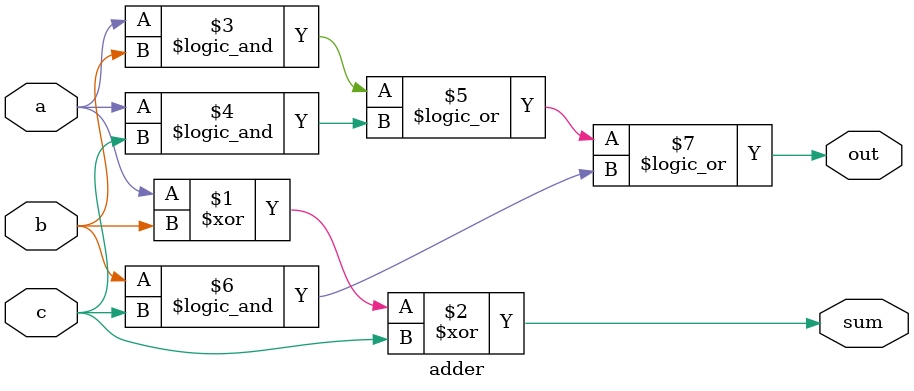
<source format=v>
`timescale 1ns / 1ps


module adder(
    input a,b,c,
    output sum,out
    );
    assign sum=a^b^c;
    assign out=(a&&b)||(a&&c)||(b&&c);
endmodule

</source>
